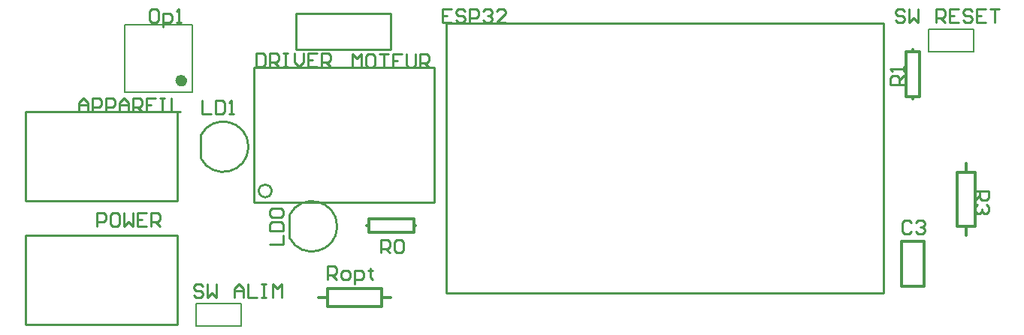
<source format=gto>
G04 Layer_Color=65535*
%FSLAX24Y24*%
%MOIN*%
G70*
G01*
G75*
%ADD22C,0.0100*%
%ADD23C,0.0354*%
%ADD24C,0.0120*%
%ADD25C,0.0098*%
%ADD26C,0.0079*%
G54D22*
X8070Y31203D02*
G03*
X8070Y32219I996J508D01*
G01*
X12007Y27660D02*
G03*
X12007Y28675I996J508D01*
G01*
X11211Y29742D02*
G03*
X11211Y29742I-283J0D01*
G01*
X294Y23805D02*
X7041D01*
X294D02*
Y27774D01*
X7041D01*
Y23805D02*
Y27774D01*
X294Y29317D02*
X7041D01*
X294D02*
Y33286D01*
X7041D01*
Y29317D02*
Y33286D01*
X8066Y31211D02*
Y32211D01*
X12003Y27668D02*
Y28668D01*
X42424Y29742D02*
X43024D01*
Y29443D01*
X42924Y29343D01*
X42724D01*
X42624Y29443D01*
Y29742D01*
Y29543D02*
X42424Y29343D01*
X42924Y29143D02*
X43024Y29043D01*
Y28843D01*
X42924Y28743D01*
X42824D01*
X42724Y28843D01*
Y28943D01*
Y28843D01*
X42624Y28743D01*
X42524D01*
X42424Y28843D01*
Y29043D01*
X42524Y29143D01*
X39605Y28351D02*
X39505Y28451D01*
X39305D01*
X39205Y28351D01*
Y27951D01*
X39305Y27851D01*
X39505D01*
X39605Y27951D01*
X39804Y28351D02*
X39904Y28451D01*
X40104D01*
X40204Y28351D01*
Y28251D01*
X40104Y28151D01*
X40004D01*
X40104D01*
X40204Y28051D01*
Y27951D01*
X40104Y27851D01*
X39904D01*
X39804Y27951D01*
X3448Y28168D02*
Y28767D01*
X3748D01*
X3848Y28667D01*
Y28468D01*
X3748Y28368D01*
X3448D01*
X4347Y28767D02*
X4147D01*
X4047Y28667D01*
Y28268D01*
X4147Y28168D01*
X4347D01*
X4447Y28268D01*
Y28667D01*
X4347Y28767D01*
X4647D02*
Y28168D01*
X4847Y28368D01*
X5047Y28168D01*
Y28767D01*
X5647D02*
X5247D01*
Y28168D01*
X5647D01*
X5247Y28468D02*
X5447D01*
X5847Y28168D02*
Y28767D01*
X6147D01*
X6247Y28667D01*
Y28468D01*
X6147Y28368D01*
X5847D01*
X6047D02*
X6247Y28168D01*
X2660Y33286D02*
Y33686D01*
X2860Y33886D01*
X3060Y33686D01*
Y33286D01*
Y33586D01*
X2660D01*
X3260Y33286D02*
Y33886D01*
X3560D01*
X3660Y33786D01*
Y33586D01*
X3560Y33486D01*
X3260D01*
X3860Y33286D02*
Y33886D01*
X4160D01*
X4260Y33786D01*
Y33586D01*
X4160Y33486D01*
X3860D01*
X4460Y33286D02*
Y33686D01*
X4660Y33886D01*
X4860Y33686D01*
Y33286D01*
Y33586D01*
X4460D01*
X5059Y33286D02*
Y33886D01*
X5359D01*
X5459Y33786D01*
Y33586D01*
X5359Y33486D01*
X5059D01*
X5259D02*
X5459Y33286D01*
X6059Y33886D02*
X5659D01*
Y33286D01*
X6059D01*
X5659Y33586D02*
X5859D01*
X6259Y33886D02*
X6459D01*
X6359D01*
Y33286D01*
X6259D01*
X6459D01*
X6759Y33886D02*
Y33286D01*
X7159D01*
X8115Y33777D02*
Y33177D01*
X8515D01*
X8714Y33777D02*
Y33177D01*
X9014D01*
X9114Y33277D01*
Y33677D01*
X9014Y33777D01*
X8714D01*
X9314Y33177D02*
X9514D01*
X9414D01*
Y33777D01*
X9314Y33677D01*
X11116Y27380D02*
X11715D01*
Y27780D01*
X11116Y27980D02*
X11715D01*
Y28280D01*
X11615Y28380D01*
X11216D01*
X11116Y28280D01*
Y27980D01*
X11216Y28580D02*
X11116Y28680D01*
Y28880D01*
X11216Y28980D01*
X11615D01*
X11715Y28880D01*
Y28680D01*
X11615Y28580D01*
X11216D01*
X10534Y35854D02*
Y35254D01*
X10834D01*
X10934Y35354D01*
Y35754D01*
X10834Y35854D01*
X10534D01*
X11134Y35254D02*
Y35854D01*
X11434D01*
X11534Y35754D01*
Y35554D01*
X11434Y35454D01*
X11134D01*
X11334D02*
X11534Y35254D01*
X11734Y35854D02*
X11934D01*
X11834D01*
Y35254D01*
X11734D01*
X11934D01*
X12234Y35854D02*
Y35454D01*
X12434Y35254D01*
X12634Y35454D01*
Y35854D01*
X13233D02*
X12834D01*
Y35254D01*
X13233D01*
X12834Y35554D02*
X13033D01*
X13433Y35254D02*
Y35854D01*
X13733D01*
X13833Y35754D01*
Y35554D01*
X13733Y35454D01*
X13433D01*
X13633D02*
X13833Y35254D01*
X14795Y35239D02*
Y35839D01*
X14995Y35639D01*
X15195Y35839D01*
Y35239D01*
X15695Y35839D02*
X15495D01*
X15395Y35739D01*
Y35339D01*
X15495Y35239D01*
X15695D01*
X15794Y35339D01*
Y35739D01*
X15695Y35839D01*
X15994D02*
X16394D01*
X16194D01*
Y35239D01*
X16994Y35839D02*
X16594D01*
Y35239D01*
X16994D01*
X16594Y35539D02*
X16794D01*
X17194Y35839D02*
Y35339D01*
X17294Y35239D01*
X17494D01*
X17594Y35339D01*
Y35839D01*
X17794Y35239D02*
Y35839D01*
X18094D01*
X18194Y35739D01*
Y35539D01*
X18094Y35439D01*
X17794D01*
X17994D02*
X18194Y35239D01*
X16046Y26987D02*
Y27586D01*
X16346D01*
X16446Y27486D01*
Y27286D01*
X16346Y27186D01*
X16046D01*
X16246D02*
X16446Y26987D01*
X16646Y27486D02*
X16746Y27586D01*
X16946D01*
X17046Y27486D01*
Y27087D01*
X16946Y26987D01*
X16746D01*
X16646Y27087D01*
Y27486D01*
X39274Y34467D02*
X38675D01*
Y34767D01*
X38775Y34867D01*
X38975D01*
X39074Y34767D01*
Y34467D01*
Y34667D02*
X39274Y34867D01*
Y35067D02*
Y35267D01*
Y35167D01*
X38675D01*
X38775Y35067D01*
X8178Y25518D02*
X8078Y25618D01*
X7878D01*
X7778Y25518D01*
Y25418D01*
X7878Y25318D01*
X8078D01*
X8178Y25218D01*
Y25118D01*
X8078Y25018D01*
X7878D01*
X7778Y25118D01*
X8378Y25618D02*
Y25018D01*
X8578Y25218D01*
X8778Y25018D01*
Y25618D01*
X9578Y25018D02*
Y25418D01*
X9778Y25618D01*
X9978Y25418D01*
Y25018D01*
Y25318D01*
X9578D01*
X10178Y25618D02*
Y25018D01*
X10577D01*
X10777Y25618D02*
X10977D01*
X10877D01*
Y25018D01*
X10777D01*
X10977D01*
X11277D02*
Y25618D01*
X11477Y25418D01*
X11677Y25618D01*
Y25018D01*
X39281Y37723D02*
X39181Y37823D01*
X38981D01*
X38881Y37723D01*
Y37623D01*
X38981Y37523D01*
X39181D01*
X39281Y37423D01*
Y37323D01*
X39181Y37223D01*
X38981D01*
X38881Y37323D01*
X39481Y37823D02*
Y37223D01*
X39680Y37423D01*
X39880Y37223D01*
Y37823D01*
X40680Y37223D02*
Y37823D01*
X40980D01*
X41080Y37723D01*
Y37523D01*
X40980Y37423D01*
X40680D01*
X40880D02*
X41080Y37223D01*
X41680Y37823D02*
X41280D01*
Y37223D01*
X41680D01*
X41280Y37523D02*
X41480D01*
X42280Y37723D02*
X42180Y37823D01*
X41980D01*
X41880Y37723D01*
Y37623D01*
X41980Y37523D01*
X42180D01*
X42280Y37423D01*
Y37323D01*
X42180Y37223D01*
X41980D01*
X41880Y37323D01*
X42879Y37823D02*
X42480D01*
Y37223D01*
X42879D01*
X42480Y37523D02*
X42679D01*
X43079Y37823D02*
X43479D01*
X43279D01*
Y37223D01*
X19202Y37823D02*
X18802D01*
Y37223D01*
X19202D01*
X18802Y37523D02*
X19002D01*
X19802Y37723D02*
X19702Y37823D01*
X19502D01*
X19402Y37723D01*
Y37623D01*
X19502Y37523D01*
X19702D01*
X19802Y37423D01*
Y37323D01*
X19702Y37223D01*
X19502D01*
X19402Y37323D01*
X20002Y37223D02*
Y37823D01*
X20301D01*
X20401Y37723D01*
Y37523D01*
X20301Y37423D01*
X20002D01*
X20601Y37723D02*
X20701Y37823D01*
X20901D01*
X21001Y37723D01*
Y37623D01*
X20901Y37523D01*
X20801D01*
X20901D01*
X21001Y37423D01*
Y37323D01*
X20901Y37223D01*
X20701D01*
X20601Y37323D01*
X21601Y37223D02*
X21201D01*
X21601Y37623D01*
Y37723D01*
X21501Y37823D01*
X21301D01*
X21201Y37723D01*
X13684Y25805D02*
Y26405D01*
X13984D01*
X14084Y26305D01*
Y26105D01*
X13984Y26005D01*
X13684D01*
X13884D02*
X14084Y25805D01*
X14384D02*
X14584D01*
X14684Y25905D01*
Y26105D01*
X14584Y26205D01*
X14384D01*
X14284Y26105D01*
Y25905D01*
X14384Y25805D01*
X14883Y25605D02*
Y26205D01*
X15183D01*
X15283Y26105D01*
Y25905D01*
X15183Y25805D01*
X14883D01*
X15583Y26305D02*
Y26205D01*
X15483D01*
X15683D01*
X15583D01*
Y25905D01*
X15683Y25805D01*
X6110Y37823D02*
X5910D01*
X5810Y37723D01*
Y37323D01*
X5910Y37223D01*
X6110D01*
X6210Y37323D01*
Y37723D01*
X6110Y37823D01*
X6410Y37023D02*
Y37623D01*
X6710D01*
X6810Y37523D01*
Y37323D01*
X6710Y37223D01*
X6410D01*
X7009D02*
X7209D01*
X7109D01*
Y37823D01*
X7009Y37723D01*
G54D23*
X7282Y34648D02*
G03*
X7282Y34648I-79J0D01*
G01*
G54D24*
X42030Y30580D02*
Y30980D01*
Y27780D02*
Y28180D01*
X42430D02*
Y30580D01*
X41630D02*
X42430D01*
X41630Y28180D02*
Y30580D01*
Y28180D02*
X42430D01*
X39168Y25487D02*
X40168D01*
X39168D02*
Y27487D01*
X40168D01*
Y25487D02*
Y27487D01*
X15425Y28188D02*
X15515D01*
X17515D02*
X17605D01*
X15515D02*
Y28488D01*
X17515D01*
Y27888D02*
Y28488D01*
X15515Y27888D02*
X17515D01*
X15515D02*
Y28188D01*
X39648Y33845D02*
Y33935D01*
Y35935D02*
Y36025D01*
X39348Y33935D02*
X39648D01*
X39348D02*
Y35935D01*
X39948D01*
Y33935D02*
Y35935D01*
X39648Y33935D02*
X39948D01*
X13696Y24618D02*
Y25418D01*
X16096D01*
Y24618D02*
Y25418D01*
X13696Y24618D02*
X16096D01*
X13296Y25018D02*
X13696D01*
X16096D02*
X16496D01*
G54D25*
X10428Y29242D02*
X18428D01*
X10428D02*
Y35242D01*
X18428D01*
Y29242D02*
Y35242D01*
X12296Y36029D02*
X16496D01*
Y37629D01*
X12296D02*
X16496D01*
X12296Y36029D02*
Y37629D01*
X18952Y25199D02*
Y37199D01*
X38352D01*
Y25199D02*
Y37199D01*
X18952Y25199D02*
X38352D01*
G54D26*
X7853Y23731D02*
Y24731D01*
X9853D01*
Y23731D02*
Y24731D01*
X7853Y23731D02*
X9853D01*
X42349Y35935D02*
Y36935D01*
X40349Y35935D02*
X42349D01*
X40349D02*
Y36935D01*
X42349D01*
X4704Y34148D02*
X7704D01*
X4704D02*
Y37148D01*
X7704D01*
Y34148D02*
Y37148D01*
M02*

</source>
